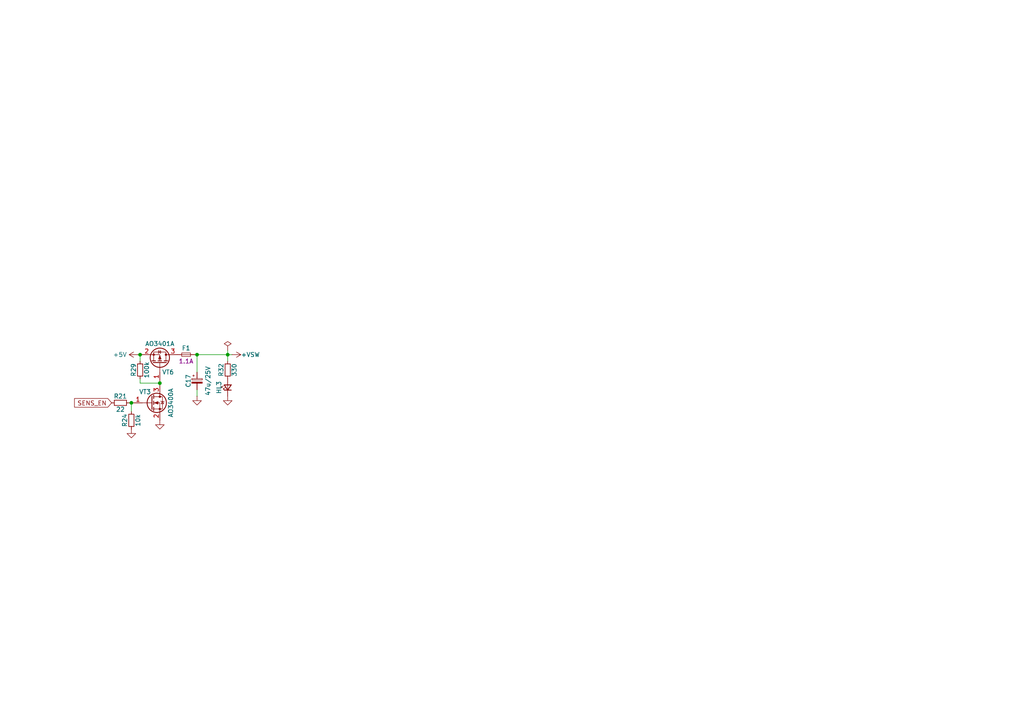
<source format=kicad_sch>
(kicad_sch (version 20250114) (generator "eeschema") (generator_version "9.0")
  (paper "A4")
  (lib_symbols
    (symbol "Device:C_Polarized_Small" (pin_numbers (hide yes)) (pin_names (offset 0.254) (hide yes))
      (property "Reference" "C" (at 0.254 1.778 0))
      (property "Value" "C_Polarized_Small" (at 0.254 -2.032 0))
      (symbol "C_Polarized_Small_0_1"
        (rectangle (start -1.524 0.6858) (end 1.524 0.3048))
        (rectangle (start -1.524 -0.3048) (end 1.524 -0.6858) (fill (type outline)))
        (polyline (pts (xy -1.27 1.524) (xy -0.762 1.524)))
        (polyline (pts (xy -1.016 1.27) (xy -1.016 1.778)))
      )
      (symbol "C_Polarized_Small_1_1"
        (pin passive line (at 0 2.54 270) (length 1.8542) (name "~") (number "1"))
        (pin passive line (at 0 -2.54 90) (length 1.8542) (name "~") (number "2"))
      )
    )
    (symbol "Device:Fuse_Small" (pin_numbers (hide yes)) (pin_names (offset 0.254) (hide yes))
      (property "Reference" "F" (at 0 -1.524 0))
      (property "Value" "Fuse_Small" (at 0 1.524 0))
      (symbol "Fuse_Small_0_1"
        (rectangle (start -1.27 0.508) (end 1.27 -0.508))
        (polyline (pts (xy -1.27 0) (xy 1.27 0)))
      )
      (symbol "Fuse_Small_1_1"
        (pin passive line (at -2.54 0 0) (length 1.27) (name "~") (number "1"))
        (pin passive line (at 2.54 0 180) (length 1.27) (name "~") (number "2"))
      )
    )
    (symbol "Device:LED_Small" (pin_numbers (hide yes)) (pin_names (offset 0.254) (hide yes))
      (property "Reference" "D" (at -1.27 3.175 0))
      (property "Value" "LED_Small" (at -4.445 -2.54 0))
      (symbol "LED_Small_0_1"
        (polyline (pts (xy -0.762 -1.016) (xy -0.762 1.016)) (stroke (width 0.254)))
        (polyline (pts (xy 0 0.762) (xy -0.508 1.27) (xy -0.254 1.27) (xy -0.508 1.27) (xy -0.508 1.016)))
        (polyline (pts (xy 0.508 1.27) (xy 0 1.778) (xy 0.254 1.778) (xy 0 1.778) (xy 0 1.524)))
        (polyline (pts (xy 0.762 -1.016) (xy -0.762 0) (xy 0.762 1.016) (xy 0.762 -1.016)) (stroke (width 0.254)))
        (polyline (pts (xy 1.016 0) (xy -0.762 0)))
      )
      (symbol "LED_Small_1_1"
        (pin passive line (at -2.54 0 0) (length 1.778) (name "K") (number "1"))
        (pin passive line (at 2.54 0 180) (length 1.778) (name "A") (number "2"))
      )
    )
    (symbol "Device:R_Small" (pin_numbers (hide yes)) (pin_names (offset 0.254) (hide yes))
      (property "Reference" "R" (at 0.762 0.508 0))
      (property "Value" "R_Small" (at 0.762 -1.016 0))
      (symbol "R_Small_0_1"
        (rectangle (start -0.762 1.778) (end 0.762 -1.778) (stroke (width 0.2032)))
      )
      (symbol "R_Small_1_1"
        (pin passive line (at 0 2.54 270) (length 0.762) (name "~") (number "1"))
        (pin passive line (at 0 -2.54 90) (length 0.762) (name "~") (number "2"))
      )
    )
    (symbol "Transistor_FET:AO3400A" (pin_names (hide yes))
      (property "Reference" "Q" (at 5.08 1.905 0))
      (property "Value" "AO3400A" (at 5.08 0 0))
      (symbol "AO3400A_0_1"
        (polyline (pts (xy 0.254 1.905) (xy 0.254 -1.905)) (stroke (width 0.254)))
        (polyline (pts (xy 0.254 0) (xy -2.54 0)))
        (polyline (pts (xy 0.762 2.286) (xy 0.762 1.27)) (stroke (width 0.254)))
        (polyline (pts (xy 0.762 0.508) (xy 0.762 -0.508)) (stroke (width 0.254)))
        (polyline (pts (xy 0.762 -1.27) (xy 0.762 -2.286)) (stroke (width 0.254)))
        (polyline (pts (xy 0.762 -1.778) (xy 3.302 -1.778) (xy 3.302 1.778) (xy 0.762 1.778)))
        (polyline (pts (xy 1.016 0) (xy 2.032 0.381) (xy 2.032 -0.381) (xy 1.016 0)) (fill (type outline)))
        (circle (center 1.651 0) (radius 2.794) (stroke (width 0.254)))
        (polyline (pts (xy 2.54 2.54) (xy 2.54 1.778)))
        (circle (center 2.54 1.778) (radius 0.254) (fill (type outline)))
        (circle (center 2.54 -1.778) (radius 0.254) (fill (type outline)))
        (polyline (pts (xy 2.54 -2.54) (xy 2.54 0) (xy 0.762 0)))
        (polyline (pts (xy 2.794 0.508) (xy 2.921 0.381) (xy 3.683 0.381) (xy 3.81 0.254)))
        (polyline (pts (xy 3.302 0.381) (xy 2.921 -0.254) (xy 3.683 -0.254) (xy 3.302 0.381)))
      )
      (symbol "AO3400A_1_1"
        (pin input line (at -5.08 0 0) (length 2.54) (name "G") (number "1"))
        (pin passive line (at 2.54 5.08 270) (length 2.54) (name "D") (number "3"))
        (pin passive line (at 2.54 -5.08 90) (length 2.54) (name "S") (number "2"))
      )
    )
    (symbol "Transistor_FET:AO3401A" (pin_names (hide yes))
      (property "Reference" "Q" (at 5.08 1.905 0))
      (property "Value" "AO3401A" (at 5.08 0 0))
      (symbol "AO3401A_0_1"
        (polyline (pts (xy 0.254 1.905) (xy 0.254 -1.905)) (stroke (width 0.254)))
        (polyline (pts (xy 0.254 0) (xy -2.54 0)))
        (polyline (pts (xy 0.762 2.286) (xy 0.762 1.27)) (stroke (width 0.254)))
        (polyline (pts (xy 0.762 1.778) (xy 3.302 1.778) (xy 3.302 -1.778) (xy 0.762 -1.778)))
        (polyline (pts (xy 0.762 0.508) (xy 0.762 -0.508)) (stroke (width 0.254)))
        (polyline (pts (xy 0.762 -1.27) (xy 0.762 -2.286)) (stroke (width 0.254)))
        (circle (center 1.651 0) (radius 2.794) (stroke (width 0.254)))
        (polyline (pts (xy 2.286 0) (xy 1.27 0.381) (xy 1.27 -0.381) (xy 2.286 0)) (fill (type outline)))
        (polyline (pts (xy 2.54 2.54) (xy 2.54 1.778)))
        (circle (center 2.54 1.778) (radius 0.254) (fill (type outline)))
        (circle (center 2.54 -1.778) (radius 0.254) (fill (type outline)))
        (polyline (pts (xy 2.54 -2.54) (xy 2.54 0) (xy 0.762 0)))
        (polyline (pts (xy 2.794 -0.508) (xy 2.921 -0.381) (xy 3.683 -0.381) (xy 3.81 -0.254)))
        (polyline (pts (xy 3.302 -0.381) (xy 2.921 0.254) (xy 3.683 0.254) (xy 3.302 -0.381)))
      )
      (symbol "AO3401A_1_1"
        (pin input line (at -5.08 0 0) (length 2.54) (name "G") (number "1"))
        (pin passive line (at 2.54 5.08 270) (length 2.54) (name "D") (number "3"))
        (pin passive line (at 2.54 -5.08 90) (length 2.54) (name "S") (number "2"))
      )
    )
    (symbol "power:+5V" (power) (pin_numbers (hide yes)) (pin_names (offset 0) (hide yes))
      (property "Value" "+5V" (at 0 3.556 0))
      (symbol "+5V_0_1"
        (polyline (pts (xy -0.762 1.27) (xy 0 2.54)))
        (polyline (pts (xy 0 2.54) (xy 0.762 1.27)))
        (polyline (pts (xy 0 0) (xy 0 2.54)))
      )
      (symbol "+5V_1_1"
        (pin power_in line (at 0 0 90) (length 0) (name "~") (number "1"))
      )
    )
    (symbol "power:+VSW" (power) (pin_numbers (hide yes)) (pin_names (offset 0) (hide yes))
      (property "Value" "+VSW" (at 0 3.556 0))
      (symbol "+VSW_0_1"
        (polyline (pts (xy -0.762 1.27) (xy 0 2.54)))
        (polyline (pts (xy 0 2.54) (xy 0.762 1.27)))
        (polyline (pts (xy 0 0) (xy 0 2.54)))
      )
      (symbol "+VSW_1_1"
        (pin power_in line (at 0 0 90) (length 0) (name "~") (number "1"))
      )
    )
    (symbol "power:GND" (power) (pin_numbers (hide yes)) (pin_names (offset 0) (hide yes))
      (property "Value" "GND" (at 0 -3.81 0))
      (symbol "GND_0_1"
        (polyline (pts (xy 0 0) (xy 0 -1.27) (xy 1.27 -1.27) (xy 0 -2.54) (xy -1.27 -1.27) (xy 0 -1.27)))
      )
      (symbol "GND_1_1"
        (pin power_in line (at 0 0 270) (length 0) (name "~") (number "1"))
      )
    )
    (symbol "power:PWR_FLAG" (power) (pin_numbers (hide yes)) (pin_names (offset 0) (hide yes))
      (property "Value" "PWR_FLAG" (at 0 3.81 0))
      (symbol "PWR_FLAG_0_0"
        (pin power_out line (at 0 0 90) (length 0) (name "~") (number "1"))
      )
      (symbol "PWR_FLAG_0_1"
        (polyline (pts (xy 0 0) (xy 0 1.27) (xy -1.016 1.905) (xy 0 2.54) (xy 1.016 1.905) (xy 0 1.27)))
      )
    )
  )
  (junction (at 66.04 102.87))
  (junction (at 57.15 102.87))
  (junction (at 38.1 116.84))
  (junction (at 40.64 102.87))
  (junction (at 46.355 111.125))
  (wire (pts (xy 40.64 111.125) (xy 46.355 111.125)))
  (wire (pts (xy 57.15 102.87) (xy 66.04 102.87)))
  (wire (pts (xy 37.465 116.84) (xy 38.1 116.84)))
  (wire (pts (xy 38.1 116.84) (xy 38.1 119.38)))
  (wire (pts (xy 40.64 102.87) (xy 41.275 102.87)))
  (wire (pts (xy 46.355 111.125) (xy 46.355 111.76)))
  (wire (pts (xy 66.04 102.87) (xy 66.04 104.775)))
  (wire (pts (xy 57.15 102.87) (xy 57.15 107.95)))
  (wire (pts (xy 46.355 110.49) (xy 46.355 111.125)))
  (wire (pts (xy 40.005 102.87) (xy 40.64 102.87)))
  (wire (pts (xy 57.15 114.935) (xy 57.15 113.03)))
  (wire (pts (xy 66.04 102.87) (xy 67.31 102.87)))
  (wire (pts (xy 38.1 116.84) (xy 38.735 116.84)))
  (wire (pts (xy 40.64 109.855) (xy 40.64 111.125)))
  (wire (pts (xy 40.64 104.775) (xy 40.64 102.87)))
  (wire (pts (xy 66.04 101.6) (xy 66.04 102.87)))
  (wire (pts (xy 56.515 102.87) (xy 57.15 102.87)))
  (global_label "SENS_EN" (shape input) (at 32.385 116.84 180) (property "Intersheetrefs" "${INTERSHEET_REFS}" (effects (hide yes))))
  (symbol (lib_id "Transistor_FET:AO3401A") (at 46.355 105.41 270) (mirror x) (unit 1)
    (property "Reference" "VT6" (at 46.99 107.95 90) (effects (justify left)))
    (property "Value" "AO3401A" (at 46.355 99.695 90))
    (property "Footprint" "Package_TO_SOT_SMD:SOT-23" (effects (hide yes)))
    (property "Datasheet" "http://www.aosmd.com/pdfs/datasheet/AO3401A.pdf" (effects (hide yes)))
    (property "Description" "-4.0A Id, -30V Vds, P-Channel MOSFET, SOT-23" (effects (hide yes)))
  )
  (symbol (lib_id "power:GND") (at 66.04 114.935 0) (mirror y) (unit 1)
    (property "Reference" "#PWR080" (effects (hide yes)))
    (property "Value" "GND" (effects (hide yes)))
    (property "Description" "Power symbol creates a global label with name \"GND\" , ground" (effects (hide yes)))
  )
  (symbol (lib_id "power:+5V") (at 40.005 102.87 90) (unit 1)
    (property "Reference" "#PWR069" (effects (hide yes)))
    (property "Value" "+5V" (at 36.83 102.87 90) (effects (justify left)))
    (property "Description" "Power symbol creates a global label with name \"+5V\"" (effects (hide yes)))
  )
  (symbol (lib_id "Device:Fuse_Small") (at 53.975 102.87 0) (mirror y) (unit 1)
    (property "Reference" "F1" (at 53.975 100.965 0))
    (property "Value" "MF-MSMF110/24" (effects (hide yes)))
    (property "Footprint" "Ecohim:Fuse_1812_4532Metric_Pad1.30x3.40mm_HandSolder" (effects (hide yes)))
    (property "Description" "Fuse, small symbol" (effects (hide yes)))
    (property "Label" "1.1A" (at 53.975 104.775 0))
  )
  (symbol (lib_id "Device:R_Small") (at 40.64 107.315 0) (mirror y) (unit 1)
    (property "Reference" "R29" (at 38.735 107.315 90))
    (property "Value" "100k" (at 42.545 107.315 90))
    (property "Footprint" "Resistor_SMD:R_0805_2012Metric" (effects (hide yes)))
    (property "Description" "Resistor, small symbol" (effects (hide yes)))
  )
  (symbol (lib_id "power:+VSW") (at 67.31 102.87 270) (unit 1)
    (property "Reference" "#PWR081" (effects (hide yes)))
    (property "Value" "+VSW" (at 69.85 102.87 90) (effects (justify left)))
    (property "Description" "Power symbol creates a global label with name \"+VSW\"" (effects (hide yes)))
  )
  (symbol (lib_id "power:GND") (at 57.15 114.935 0) (unit 1)
    (property "Reference" "#PWR079" (effects (hide yes)))
    (property "Value" "GND" (effects (hide yes)))
    (property "Description" "Power symbol creates a global label with name \"GND\" , ground" (effects (hide yes)))
  )
  (symbol (lib_id "Device:C_Polarized_Small") (at 57.15 110.49 0) (unit 1)
    (property "Reference" "C17" (at 54.61 110.49 90))
    (property "Value" "47u/25V" (at 60.325 110.49 90))
    (property "Footprint" "Capacitor_Tantalum_SMD:CP_EIA-7343-31_Kemet-D" (effects (hide yes)))
    (property "Description" "Polarized capacitor, small symbol" (effects (hide yes)))
  )
  (symbol (lib_id "power:GND") (at 38.1 124.46 0) (mirror y) (unit 1)
    (property "Reference" "#PWR062" (effects (hide yes)))
    (property "Value" "GND" (effects (hide yes)))
    (property "Description" "Power symbol creates a global label with name \"GND\" , ground" (effects (hide yes)))
  )
  (symbol (lib_id "Device:R_Small") (at 34.925 116.84 270) (mirror x) (unit 1)
    (property "Reference" "R21" (at 34.925 114.935 90))
    (property "Value" "22" (at 34.925 118.745 90))
    (property "Footprint" "Resistor_SMD:R_0805_2012Metric" (effects (hide yes)))
    (property "Description" "Resistor, small symbol" (effects (hide yes)))
  )
  (symbol (lib_id "power:GND") (at 46.355 121.92 0) (mirror y) (unit 1)
    (property "Reference" "#PWR072" (effects (hide yes)))
    (property "Value" "GND" (effects (hide yes)))
    (property "Description" "Power symbol creates a global label with name \"GND\" , ground" (effects (hide yes)))
  )
  (symbol (lib_id "power:PWR_FLAG") (at 66.04 101.6 0) (unit 1)
    (property "Reference" "#FLG06" (effects (hide yes)))
    (property "Value" "PWR_FLAG" (effects (hide yes)))
    (property "Description" "Special symbol for telling ERC where power comes from" (effects (hide yes)))
  )
  (symbol (lib_id "Device:R_Small") (at 66.04 107.315 0) (mirror y) (unit 1)
    (property "Reference" "R32" (at 64.135 107.315 90))
    (property "Value" "330" (at 67.945 107.315 90))
    (property "Footprint" "Resistor_SMD:R_0805_2012Metric" (effects (hide yes)))
    (property "Description" "Resistor, small symbol" (effects (hide yes)))
  )
  (symbol (lib_id "Device:LED_Small") (at 66.04 112.395 90) (unit 1)
    (property "Reference" "HL3" (at 63.5 112.395 0))
    (property "Value" "Red" (effects (hide yes)))
    (property "Footprint" "Ecohim:LED_0805_2012Metric_diode_symbol" (effects (hide yes)))
    (property "Description" "Light emitting diode, small symbol" (effects (hide yes)))
  )
  (symbol (lib_id "Transistor_FET:AO3400A") (at 43.815 116.84 0) (unit 1)
    (property "Reference" "VT3" (at 43.815 113.665 0) (effects (justify right)))
    (property "Value" "AO3400A" (at 49.53 116.84 90))
    (property "Footprint" "Package_TO_SOT_SMD:SOT-23" (effects (hide yes)))
    (property "Datasheet" "http://www.aosmd.com/pdfs/datasheet/AO3400A.pdf" (effects (hide yes)))
    (property "Description" "30V Vds, 5.7A Id, N-Channel MOSFET, SOT-23" (effects (hide yes)))
  )
  (symbol (lib_id "Device:R_Small") (at 38.1 121.92 0) (mirror y) (unit 1)
    (property "Reference" "R24" (at 36.195 121.92 90))
    (property "Value" "10k" (at 40.005 121.92 90))
    (property "Footprint" "Resistor_SMD:R_0805_2012Metric" (effects (hide yes)))
    (property "Description" "Resistor, small symbol" (effects (hide yes)))
  )
)
</source>
